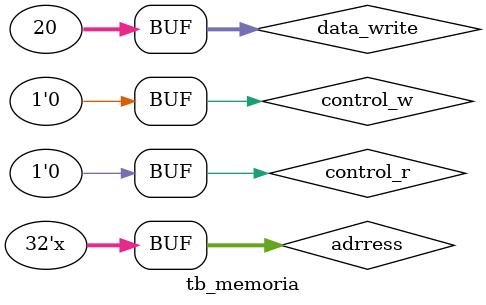
<source format=v>
module tb_memoria;
 
 reg control_w;
 reg control_r;
 reg [31:0] adrress;
 wire [31:0] saida;
 reg [31:0] data_write;
 

memoria memory(
.endereco(adrress),
.instrucao(saida),
.dado_escrita(data_write),
.uc_escrita_mem(control_w),
.uc_leitura_mem(control_r)
);

initial begin 
adrress = 0;
data_write = 32'd20;
end
always
begin
  
  #200 control_w = 1; control_r = 0;
  #200 control_w = 0; control_r = 1;
  #200 control_w = 1; control_r = 1;
  #200 control_w = 0; control_r = 0;
  adrress = adrress +1;
end


endmodule

</source>
